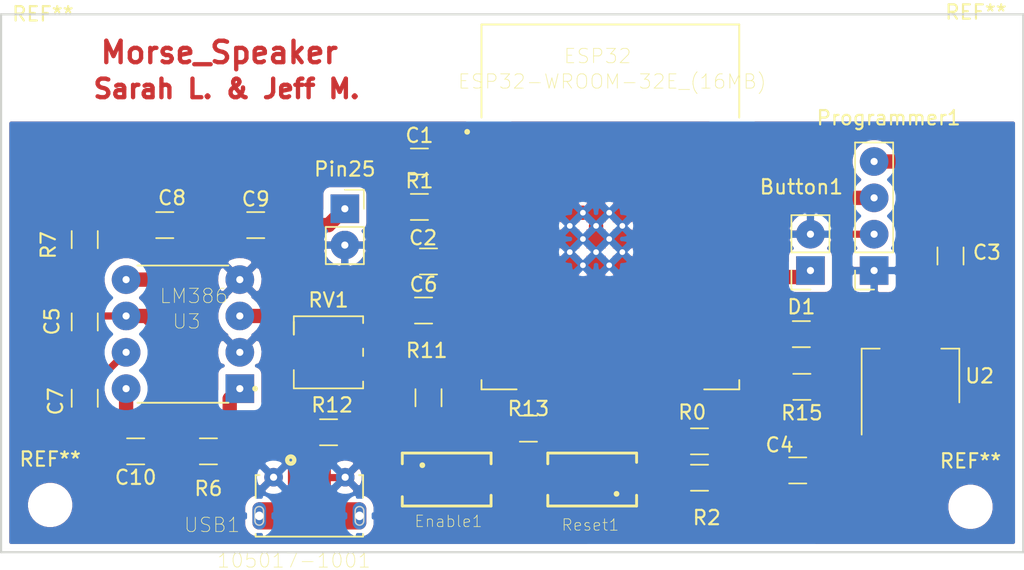
<source format=kicad_pcb>
(kicad_pcb (version 20171130) (host pcbnew "(5.1.9)-1")
  (layers (0 F.Cu signal) (31 B.Cu signal) (34 B.Paste user hide) (35 F.Paste user) (36 B.SilkS user) (37 F.SilkS user) (38 B.Mask user) (39 F.Mask user) (44 Edge.Cuts user))
  (net 0 "")
  (net 1 GND)
  (net 2 Vdd)
  (net 3 "Net-(C2-Pad1)")
  (net 4 "Net-(ESP32-Pad14)")
  (net 5 "Net-(ESP32-Pad13)")
  (net 6 "Net-(ESP32-Pad12)")
  (net 7 "Net-(ESP32-Pad11)")
  (net 8 "Net-(ESP32-Pad9)")
  (net 9 "Net-(ESP32-Pad8)")
  (net 10 "Net-(ESP32-Pad7)")
  (net 11 "Net-(ESP32-Pad6)")
  (net 12 "Net-(ESP32-Pad5)")
  (net 13 "Net-(ESP32-Pad4)")
  (net 14 "Net-(ESP32-Pad25)")
  (net 15 "Net-(ESP32-Pad26)")
  (net 16 "Net-(ESP32-Pad27)")
  (net 17 "Net-(ESP32-Pad29)")
  (net 18 "Net-(ESP32-Pad31)")
  (net 19 "Net-(ESP32-Pad33)")
  (net 20 "Net-(ESP32-Pad34)")
  (net 21 "Net-(ESP32-Pad35)")
  (net 22 "Net-(ESP32-Pad36)")
  (net 23 "Net-(ESP32-Pad37)")
  (net 24 "Net-(ESP32-Pad23)")
  (net 25 "Net-(ESP32-Pad24)")
  (net 26 "Net-(ESP32-Pad17)")
  (net 27 "Net-(ESP32-Pad16)")
  (net 28 "Net-(USB1-Pad3)")
  (net 29 "Net-(USB1-Pad4)")
  (net 30 "Net-(ESP32-Pad32)")
  (net 31 V5)
  (net 32 I|O)
  (net 33 "Net-(C6-Pad1)")
  (net 34 "Net-(C7-Pad1)")
  (net 35 "Net-(C8-Pad2)")
  (net 36 "Net-(C8-Pad1)")
  (net 37 "Net-(C9-Pad2)")
  (net 38 "Net-(C10-Pad2)")
  (net 39 "Net-(C10-Pad1)")
  (net 40 "Net-(R6-Pad1)")
  (net 41 "Net-(RV1-Pad2)")
  (net 42 "Net-(R0-Pad2)")
  (net 43 "Net-(R12-Pad1)")
  (net 44 V5_direct)
  (net 45 "Net-(Button1-Pad1)")
  (net 46 "Net-(Enable1-Pad1)")
  (net 47 "Net-(USB1-Pad2)")
  (net 48 "Net-(D1-Pad2)")
  (net 49 "Net-(D1-Pad1)")
  (module Package_TO_SOT_SMD:SOT-223-3_TabPin2 (layer F.Cu) (at 152.4 93.726 90)
    (fp_text reference U2 (at 0 4.826 180) (layer F.SilkS))
    (fp_text value AMS1117-3.3)
    (fp_line (start -4.1 -3.41) (end 1.91 -3.41) (layer F.SilkS) (width 0.12))
    (fp_line (start -1.85 3.41) (end 1.91 3.41) (layer F.SilkS) (width 0.12))
    (fp_line (start 1.91 -3.41) (end 1.91 -2.15) (layer F.SilkS) (width 0.12))
    (fp_line (start 1.91 3.41) (end 1.91 2.15) (layer F.SilkS) (width 0.12))
    (pad 2 smd rect (at 3.15 0 90) (size 2 3.8) (layers F.Cu F.Paste F.Mask) (net 2 Vdd))
    (pad 2 smd rect (at -3.15 0 90) (size 2 1.5) (layers F.Cu F.Paste F.Mask) (net 2 Vdd))
    (pad 3 smd rect (at -3.15 2.3 90) (size 2 1.5) (layers F.Cu F.Paste F.Mask) (net 31 V5))
    (pad 1 smd rect (at -3.15 -2.3 90) (size 2 1.5) (layers F.Cu F.Paste F.Mask) (net 1 GND))
  )
  (module Potentiometer_SMD:Potentiometer_Bourns_3224G_Horizontal (layer F.Cu) (at 111.76 92.075)
    (fp_text reference RV1 (at 0 -3.65) (layer F.SilkS))
    (fp_text value 10k)
    (fp_line (start -2.42 -2.52) (end 2.42 -2.52) (layer F.SilkS) (width 0.12))
    (fp_line (start -2.42 2.52) (end 2.42 2.52) (layer F.SilkS) (width 0.12))
    (fp_line (start -2.42 -2.52) (end -2.42 -1.24) (layer F.SilkS) (width 0.12))
    (fp_line (start -2.42 1.24) (end -2.42 2.52) (layer F.SilkS) (width 0.12))
    (fp_line (start 2.42 -2.52) (end 2.42 -2.04) (layer F.SilkS) (width 0.12))
    (fp_line (start 2.42 -0.26) (end 2.42 0.26) (layer F.SilkS) (width 0.12))
    (fp_line (start 2.42 2.04) (end 2.42 2.52) (layer F.SilkS) (width 0.12))
    (fp_line (start -2.42 -2.14) (end -2.42 -2.14) (layer F.SilkS) (width 0.12))
    (fp_line (start -2.42 -2.14) (end -2.42 -1.24) (layer F.SilkS) (width 0.12))
    (fp_line (start -2.42 -2.14) (end -2.42 -1.24) (layer F.SilkS) (width 0.12))
    (pad 3 smd rect (at 2.6 1.15) (size 1.3 1.3) (layers F.Cu F.Paste F.Mask) (net 1 GND))
    (pad 2 smd rect (at -2.6 0) (size 1.3 2) (layers F.Cu F.Paste F.Mask) (net 41 "Net-(RV1-Pad2)"))
    (pad 1 smd rect (at 2.6 -1.15) (size 1.3 1.3) (layers F.Cu F.Paste F.Mask) (net 33 "Net-(C6-Pad1)"))
  )
  (module MountingHole:MountingHole_2.1mm (layer F.Cu) (at 92.329 102.743)
    (fp_text reference REF** (at 0 -3.2) (layer F.SilkS))
    (fp_text value MountingHole_2.1mm)
    (pad "" np_thru_hole circle (at 0 0) (size 2.1 2.1) (drill 2.1) (layers *.Cu *.Mask))
  )
  (module MountingHole:MountingHole_2.1mm (layer F.Cu) (at 91.821 71.628)
    (fp_text reference REF** (at 0 -3.2) (layer F.SilkS))
    (fp_text value MountingHole_2.1mm)
    (pad "" np_thru_hole circle (at 0 0) (size 2.1 2.1) (drill 2.1) (layers *.Cu *.Mask))
  )
  (module MountingHole:MountingHole_2.1mm (layer F.Cu) (at 156.972 71.501)
    (fp_text reference REF** (at 0 -3.2) (layer F.SilkS))
    (fp_text value MountingHole_2.1mm)
    (pad "" np_thru_hole circle (at 0 0) (size 2.1 2.1) (drill 2.1) (layers *.Cu *.Mask))
  )
  (module MountingHole:MountingHole_2.1mm (layer F.Cu) (at 156.591 102.87)
    (fp_text reference REF** (at 0 -3.2) (layer F.SilkS))
    (fp_text value MountingHole_2.1mm)
    (pad "" np_thru_hole circle (at 0 0) (size 2.1 2.1) (drill 2.1) (layers *.Cu *.Mask))
  )
  (module Schakelaar_434111043826:434111043826 (layer F.Cu) (at 130.175 100.965 180)
    (fp_text reference Reset1 (at 0.127 -3.175) (layer F.SilkS) (effects (font (size 0.8 0.8) (thickness 0.05))))
    (fp_text value 0 hide)
    (fp_line (start -3.1 -1.1) (end -3.1 -1.85) (layer F.SilkS) (width 0.2))
    (fp_line (start -3.1 -1.85) (end 3.1 -1.85) (layer F.SilkS) (width 0.2))
    (fp_line (start 3.1 -1.85) (end 3.1 -1.1) (layer F.SilkS) (width 0.2))
    (fp_line (start -3.1 1.2) (end -3.1 1.85) (layer F.SilkS) (width 0.2))
    (fp_line (start -3.1 1.85) (end 3.1 1.85) (layer F.SilkS) (width 0.2))
    (fp_line (start 3.1 1.85) (end 3.1 1.1) (layer F.SilkS) (width 0.2))
    (fp_circle (center -1.7 -1) (end -1.6 -1) (layer F.SilkS) (width 0.2))
    (pad 1 smd rect (at -3.35 0 180) (size 2.3 1.5) (layers F.Cu F.Paste) (net 14 "Net-(ESP32-Pad25)"))
    (pad 2 smd rect (at 3.35 0 180) (size 2.3 1.5) (layers F.Cu F.Paste) (net 1 GND))
  )
  (module "ESP32-WROOM-32E__16MB_:MODULE_ESP32-WROOM-32E_(16MB)" (layer F.Cu) (at 131.445 81.915)
    (fp_text reference ESP32 (at -0.889 -10.541) (layer F.SilkS) (effects (font (thickness 0.05))))
    (fp_text value "ESP32-WROOM-32E_(16MB)" (at 0.127 -8.763) (layer F.SilkS) (effects (font (thickness 0.05))))
    (fp_line (start 9 -12.75) (end 9 -6.25) (layer F.SilkS) (width 0.127))
    (fp_line (start -9 -12.75) (end 9 -12.75) (layer F.SilkS) (width 0.127))
    (fp_line (start -9 -6.25) (end -9 -12.75) (layer F.SilkS) (width 0.127))
    (fp_line (start 9 12.75) (end 9 12.1) (layer F.SilkS) (width 0.127))
    (fp_line (start 6.55 12.75) (end 9 12.75) (layer F.SilkS) (width 0.127))
    (fp_line (start -9 12.75) (end -6.55 12.75) (layer F.SilkS) (width 0.127))
    (fp_line (start -9 12.1) (end -9 12.75) (layer F.SilkS) (width 0.127))
    (fp_circle (center -10 -5.25) (end -9.9 -5.25) (layer F.SilkS) (width 0.2))
    (pad 1 smd rect (at -8.5 -5.26) (size 2 0.9) (layers F.Cu F.Paste) (net 1 GND))
    (pad 2 smd rect (at -8.5 -3.99) (size 2 0.9) (layers F.Cu F.Paste) (net 2 Vdd))
    (pad 3 smd rect (at -8.5 -2.72) (size 2 0.9) (layers F.Cu F.Paste) (net 3 "Net-(C2-Pad1)"))
    (pad 4 smd rect (at -8.5 -1.45) (size 2 0.9) (layers F.Cu F.Paste) (net 13 "Net-(ESP32-Pad4)"))
    (pad 5 smd rect (at -8.5 -0.18) (size 2 0.9) (layers F.Cu F.Paste) (net 12 "Net-(ESP32-Pad5)"))
    (pad 6 smd rect (at -8.5 1.09) (size 2 0.9) (layers F.Cu F.Paste) (net 11 "Net-(ESP32-Pad6)"))
    (pad 7 smd rect (at -8.5 2.36) (size 2 0.9) (layers F.Cu F.Paste) (net 10 "Net-(ESP32-Pad7)"))
    (pad 8 smd rect (at -8.5 3.63) (size 2 0.9) (layers F.Cu F.Paste) (net 9 "Net-(ESP32-Pad8)"))
    (pad 9 smd rect (at -8.5 4.9) (size 2 0.9) (layers F.Cu F.Paste) (net 8 "Net-(ESP32-Pad9)"))
    (pad 10 smd rect (at -8.5 6.17) (size 2 0.9) (layers F.Cu F.Paste) (net 32 I|O))
    (pad 11 smd rect (at -8.5 7.44) (size 2 0.9) (layers F.Cu F.Paste) (net 7 "Net-(ESP32-Pad11)"))
    (pad 12 smd rect (at -8.5 8.71) (size 2 0.9) (layers F.Cu F.Paste) (net 6 "Net-(ESP32-Pad12)"))
    (pad 13 smd rect (at -8.5 9.98) (size 2 0.9) (layers F.Cu F.Paste) (net 5 "Net-(ESP32-Pad13)"))
    (pad 14 smd rect (at -8.5 11.25) (size 2 0.9) (layers F.Cu F.Paste) (net 4 "Net-(ESP32-Pad14)"))
    (pad 15 smd rect (at -5.715 12.25) (size 0.9 2) (layers F.Cu F.Paste) (net 1 GND))
    (pad 16 smd rect (at -4.445 12.25) (size 0.9 2) (layers F.Cu F.Paste) (net 27 "Net-(ESP32-Pad16)"))
    (pad 17 smd rect (at -3.175 12.25) (size 0.9 2) (layers F.Cu F.Paste) (net 26 "Net-(ESP32-Pad17)"))
    (pad 18 smd rect (at -1.905 12.25) (size 0.9 2) (layers F.Cu F.Paste) (net 26 "Net-(ESP32-Pad17)"))
    (pad 19 smd rect (at -0.635 12.25) (size 0.9 2) (layers F.Cu F.Paste) (net 26 "Net-(ESP32-Pad17)"))
    (pad 20 smd rect (at 0.635 12.25) (size 0.9 2) (layers F.Cu F.Paste) (net 26 "Net-(ESP32-Pad17)"))
    (pad 21 smd rect (at 1.905 12.25) (size 0.9 2) (layers F.Cu F.Paste) (net 26 "Net-(ESP32-Pad17)"))
    (pad 22 smd rect (at 3.175 12.25) (size 0.9 2) (layers F.Cu F.Paste) (net 26 "Net-(ESP32-Pad17)"))
    (pad 23 smd rect (at 4.445 12.25) (size 0.9 2) (layers F.Cu F.Paste) (net 24 "Net-(ESP32-Pad23)"))
    (pad 24 smd rect (at 5.715 12.25) (size 0.9 2) (layers F.Cu F.Paste) (net 25 "Net-(ESP32-Pad24)"))
    (pad 25 smd rect (at 8.5 11.25) (size 2 0.9) (layers F.Cu F.Paste) (net 14 "Net-(ESP32-Pad25)"))
    (pad 26 smd rect (at 8.5 9.98) (size 2 0.9) (layers F.Cu F.Paste) (net 15 "Net-(ESP32-Pad26)"))
    (pad 27 smd rect (at 8.5 8.71) (size 2 0.9) (layers F.Cu F.Paste) (net 16 "Net-(ESP32-Pad27)"))
    (pad 28 smd rect (at 8.5 7.44) (size 2 0.9) (layers F.Cu F.Paste) (net 48 "Net-(D1-Pad2)"))
    (pad 29 smd rect (at 8.5 6.17) (size 2 0.9) (layers F.Cu F.Paste) (net 17 "Net-(ESP32-Pad29)"))
    (pad 30 smd rect (at 8.5 4.9) (size 2 0.9) (layers F.Cu F.Paste) (net 45 "Net-(Button1-Pad1)"))
    (pad 31 smd rect (at 8.5 3.63) (size 2 0.9) (layers F.Cu F.Paste) (net 18 "Net-(ESP32-Pad31)"))
    (pad 32 smd rect (at 8.5 2.36) (size 2 0.9) (layers F.Cu F.Paste) (net 30 "Net-(ESP32-Pad32)"))
    (pad 33 smd rect (at 8.5 1.09) (size 2 0.9) (layers F.Cu F.Paste) (net 19 "Net-(ESP32-Pad33)"))
    (pad 34 smd rect (at 8.5 -0.18) (size 2 0.9) (layers F.Cu F.Paste) (net 20 "Net-(ESP32-Pad34)"))
    (pad 35 smd rect (at 8.5 -1.45) (size 2 0.9) (layers F.Cu F.Paste) (net 21 "Net-(ESP32-Pad35)"))
    (pad 36 smd rect (at 8.5 -2.72) (size 2 0.9) (layers F.Cu F.Paste) (net 22 "Net-(ESP32-Pad36)"))
    (pad 37 smd rect (at 8.5 -3.99) (size 2 0.9) (layers F.Cu F.Paste) (net 23 "Net-(ESP32-Pad37)"))
    (pad 38 smd rect (at 8.5 -5.26) (size 2 0.9) (layers F.Cu F.Paste) (net 1 GND))
    (pad 39_1 smd rect (at -2.835 0.405) (size 1.33 1.33) (layers F.Cu F.Paste) (net 1 GND))
    (pad 39_2 smd rect (at -1 0.405) (size 1.33 1.33) (layers F.Cu F.Paste) (net 1 GND))
    (pad 39_3 smd rect (at 0.835 0.405) (size 1.33 1.33) (layers F.Cu F.Paste) (net 1 GND))
    (pad 39_4 smd rect (at -2.835 2.24) (size 1.33 1.33) (layers F.Cu F.Paste) (net 1 GND))
    (pad 39_5 smd rect (at -1 2.24) (size 1.33 1.33) (layers F.Cu F.Paste) (net 1 GND))
    (pad 39_6 smd rect (at 0.835 2.24) (size 1.33 1.33) (layers F.Cu F.Paste) (net 1 GND))
    (pad 39_7 smd rect (at -2.835 4.075) (size 1.33 1.33) (layers F.Cu F.Paste) (net 1 GND))
    (pad 39_8 smd rect (at -1 4.075) (size 1.33 1.33) (layers F.Cu F.Paste) (net 1 GND))
    (pad 39_9 smd rect (at 0.835 4.075) (size 1.33 1.33) (layers F.Cu F.Paste) (net 1 GND))
    (pad 39_10 thru_hole circle (at -1.9175 0.405) (size 0.5 0.5) (drill 0.4) (layers *.Cu *.Mask) (net 1 GND))
    (pad 39_11 thru_hole circle (at -0.0825 0.405) (size 0.5 0.5) (drill 0.4) (layers *.Cu *.Mask) (net 1 GND))
    (pad 39_12 thru_hole circle (at -2.835 1.3225) (size 0.5 0.5) (drill 0.4) (layers *.Cu *.Mask) (net 1 GND))
    (pad 39_13 thru_hole circle (at -1 1.3225) (size 0.5 0.5) (drill 0.4) (layers *.Cu *.Mask) (net 1 GND))
    (pad 39_14 thru_hole circle (at 0.835 1.3225) (size 0.5 0.5) (drill 0.4) (layers *.Cu *.Mask) (net 1 GND))
    (pad 39_15 thru_hole circle (at -1.9175 2.24) (size 0.5 0.5) (drill 0.4) (layers *.Cu *.Mask) (net 1 GND))
    (pad 39_16 thru_hole circle (at -0.0825 2.24) (size 0.5 0.5) (drill 0.4) (layers *.Cu *.Mask) (net 1 GND))
    (pad 39_17 thru_hole circle (at -2.835 3.1575) (size 0.5 0.5) (drill 0.4) (layers *.Cu *.Mask) (net 1 GND))
    (pad 39_18 thru_hole circle (at -1 3.1575) (size 0.5 0.5) (drill 0.4) (layers *.Cu *.Mask) (net 1 GND))
    (pad 39_19 thru_hole circle (at 0.835 3.1575) (size 0.5 0.5) (drill 0.4) (layers *.Cu *.Mask) (net 1 GND))
    (pad 39_20 thru_hole circle (at -1.9175 4.075) (size 0.5 0.5) (drill 0.4) (layers *.Cu *.Mask) (net 1 GND))
    (pad 39_21 thru_hole circle (at -0.0825 4.075) (size 0.5 0.5) (drill 0.4) (layers *.Cu *.Mask) (net 1 GND))
  )
  (module Connector_PinSocket_2.54mm:PinSocket_1x04_P2.54mm_Vertical (layer F.Cu) (at 149.86 86.36 180)
    (fp_text reference Programmer1 (at -1.016 10.668 180) (layer F.SilkS))
    (fp_text value Conn_01x04_Female)
    (fp_line (start 0 -1.33) (end 1.33 -1.33) (layer F.SilkS) (width 0.12))
    (fp_line (start 1.33 -1.33) (end 1.33 0) (layer F.SilkS) (width 0.12))
    (fp_line (start 1.33 1.27) (end 1.33 8.95) (layer F.SilkS) (width 0.12))
    (fp_line (start -1.33 8.95) (end 1.33 8.95) (layer F.SilkS) (width 0.12))
    (fp_line (start -1.33 1.27) (end -1.33 8.95) (layer F.SilkS) (width 0.12))
    (fp_line (start -1.33 1.27) (end 1.33 1.27) (layer F.SilkS) (width 0.12))
    (pad 1 thru_hole rect (at 0 0 180) (size 2 2) (drill 0.5) (layers *.Cu *.Mask) (net 1 GND))
    (pad 2 thru_hole oval (at 0 2.54 180) (size 2 2) (drill 0.5) (layers *.Cu *.Mask) (net 20 "Net-(ESP32-Pad34)"))
    (pad 3 thru_hole oval (at 0 5.08 180) (size 2 2) (drill 0.5) (layers *.Cu *.Mask) (net 21 "Net-(ESP32-Pad35)"))
    (pad 4 thru_hole oval (at 0 7.62 180) (size 2 2) (drill 0.5) (layers *.Cu *.Mask) (net 2 Vdd))
  )
  (module Resistor_SMD:R_1206_3216Metric_Pad1.42x1.75mm_HandSolder (layer F.Cu) (at 137.668 98.298)
    (fp_text reference R0 (at -0.508 -2.032) (layer F.SilkS))
    (fp_text value 0)
    (fp_line (start -0.602064 -0.91) (end 0.602064 -0.91) (layer F.SilkS) (width 0.12))
    (fp_line (start -0.602064 0.91) (end 0.602064 0.91) (layer F.SilkS) (width 0.12))
    (pad 2 smd roundrect (at 1.4875 0) (size 1.425 1.75) (layers F.Cu F.Paste F.Mask) (roundrect_rratio 0.1754385964912281) (net 42 "Net-(R0-Pad2)"))
    (pad 1 smd roundrect (at -1.4875 0) (size 1.425 1.75) (layers F.Cu F.Paste F.Mask) (roundrect_rratio 0.1754385964912281) (net 2 Vdd))
  )
  (module Resistor_SMD:R_1206_3216Metric_Pad1.42x1.75mm_HandSolder (layer F.Cu) (at 125.721 97.409 180)
    (fp_text reference R13 (at 0 1.397) (layer F.SilkS))
    (fp_text value 0)
    (fp_line (start -0.602064 -0.91) (end 0.602064 -0.91) (layer F.SilkS) (width 0.12))
    (fp_line (start -0.602064 0.91) (end 0.602064 0.91) (layer F.SilkS) (width 0.12))
    (pad 2 smd roundrect (at 1.4875 0 180) (size 1.425 1.75) (layers F.Cu F.Paste F.Mask) (roundrect_rratio 0.1754385964912281) (net 43 "Net-(R12-Pad1)"))
    (pad 1 smd roundrect (at -1.4875 0 180) (size 1.425 1.75) (layers F.Cu F.Paste F.Mask) (roundrect_rratio 0.1754385964912281) (net 31 V5))
  )
  (module Schakelaar_434111043826:434111043826 (layer F.Cu) (at 120.015 100.965)
    (fp_text reference Enable1 (at 0.127 2.921) (layer F.SilkS) (effects (font (size 0.8 0.8) (thickness 0.05))))
    (fp_text value 434111043826)
    (fp_circle (center -1.7 -1) (end -1.6 -1) (layer F.SilkS) (width 0.2))
    (fp_line (start 3.1 1.85) (end 3.1 1.1) (layer F.SilkS) (width 0.2))
    (fp_line (start -3.1 1.85) (end 3.1 1.85) (layer F.SilkS) (width 0.2))
    (fp_line (start -3.1 1.2) (end -3.1 1.85) (layer F.SilkS) (width 0.2))
    (fp_line (start 3.1 -1.85) (end 3.1 -1.1) (layer F.SilkS) (width 0.2))
    (fp_line (start -3.1 -1.85) (end 3.1 -1.85) (layer F.SilkS) (width 0.2))
    (fp_line (start -3.1 -1.1) (end -3.1 -1.85) (layer F.SilkS) (width 0.2))
    (pad 2 smd rect (at 3.35 0) (size 2.3 1.5) (layers F.Cu F.Paste) (net 1 GND))
    (pad 1 smd rect (at -3.35 0) (size 2.3 1.5) (layers F.Cu F.Paste) (net 46 "Net-(Enable1-Pad1)"))
  )
  (module Connector_PinSocket_2.54mm:PinSocket_1x02_P2.54mm_Vertical (layer F.Cu) (at 145.415 86.36 180)
    (fp_text reference Button1 (at 0.635 5.842) (layer F.SilkS))
    (fp_text value Conn_01x02_Female)
    (fp_line (start 0 -1.33) (end 1.33 -1.33) (layer F.SilkS) (width 0.12))
    (fp_line (start 1.33 -1.33) (end 1.33 0) (layer F.SilkS) (width 0.12))
    (fp_line (start 1.33 1.27) (end 1.33 3.87) (layer F.SilkS) (width 0.12))
    (fp_line (start -1.33 3.87) (end 1.33 3.87) (layer F.SilkS) (width 0.12))
    (fp_line (start -1.33 1.27) (end -1.33 3.87) (layer F.SilkS) (width 0.12))
    (fp_line (start -1.33 1.27) (end 1.33 1.27) (layer F.SilkS) (width 0.12))
    (pad 1 thru_hole rect (at 0 0 180) (size 2 2) (drill 0.5) (layers *.Cu *.Mask) (net 45 "Net-(Button1-Pad1)"))
    (pad 2 thru_hole oval (at 0 2.54 180) (size 2 2) (drill 0.5) (layers *.Cu *.Mask) (net 1 GND))
  )
  (module Capacitor_SMD:C_1206_3216Metric_Pad1.42x1.75mm_HandSolder (layer F.Cu) (at 94.742 95.2865 270)
    (fp_text reference C7 (at 0.2175 2.032 90) (layer F.SilkS))
    (fp_text value 10uF)
    (fp_line (start -0.602064 -0.91) (end 0.602064 -0.91) (layer F.SilkS) (width 0.12))
    (fp_line (start -0.602064 0.91) (end 0.602064 0.91) (layer F.SilkS) (width 0.12))
    (pad 2 smd roundrect (at 1.4875 0 270) (size 1.425 1.75) (layers F.Cu F.Paste F.Mask) (roundrect_rratio 0.1754385964912281) (net 1 GND))
    (pad 1 smd roundrect (at -1.4875 0 270) (size 1.425 1.75) (layers F.Cu F.Paste F.Mask) (roundrect_rratio 0.1754385964912281) (net 34 "Net-(C7-Pad1)"))
  )
  (module LM386N-4_NOPB:DIP794W45P254L959H508Q8 (layer F.Cu) (at 101.6 90.805 180)
    (fp_text reference U3 (at -0.254 0.889 180) (layer F.SilkS) (effects (font (thickness 0.05))))
    (fp_text value LM386 (at -0.762 2.667 180) (layer F.SilkS) (effects (font (thickness 0.05))))
    (fp_line (start -3.175 4.795) (end 3.175 4.795) (layer F.SilkS) (width 0.127))
    (fp_line (start -3.175 -4.795) (end 3.175 -4.795) (layer F.SilkS) (width 0.127))
    (fp_circle (center -5.035 -3.81) (end -4.935 -3.81) (layer F.SilkS) (width 0.2))
    (pad 1 thru_hole rect (at -3.97 -3.81 180) (size 2 2) (drill 0.5) (layers *.Cu *.Mask) (net 40 "Net-(R6-Pad1)"))
    (pad 2 thru_hole circle (at -3.97 -1.27 180) (size 2 2) (drill 0.5) (layers *.Cu *.Mask) (net 1 GND))
    (pad 3 thru_hole circle (at -3.97 1.27 180) (size 2 2) (drill 0.5) (layers *.Cu *.Mask) (net 41 "Net-(RV1-Pad2)"))
    (pad 4 thru_hole circle (at -3.97 3.81 180) (size 2 2) (drill 0.5) (layers *.Cu *.Mask) (net 1 GND))
    (pad 5 thru_hole circle (at 3.97 3.81 180) (size 2 2) (drill 0.5) (layers *.Cu *.Mask) (net 36 "Net-(C8-Pad1)"))
    (pad 6 thru_hole circle (at 3.97 1.27 180) (size 2 2) (drill 0.5) (layers *.Cu *.Mask) (net 44 V5_direct))
    (pad 7 thru_hole circle (at 3.97 -1.27 180) (size 2 2) (drill 0.5) (layers *.Cu *.Mask) (net 34 "Net-(C7-Pad1)"))
    (pad 8 thru_hole circle (at 3.97 -3.81 180) (size 2 2) (drill 0.5) (layers *.Cu *.Mask) (net 38 "Net-(C10-Pad2)"))
  )
  (module MicroUSB_105017-1001:MOLEX_105017-1001 (layer F.Cu) (at 110.4265 103.505)
    (fp_text reference USB1 (at -6.7945 0.635) (layer F.SilkS) (effects (font (size 1.00091 1.00091) (thickness 0.05))))
    (fp_text value 105017-1001 (at -1.0769 3.12053) (layer F.SilkS) (effects (font (size 1.00178 1.00178) (thickness 0.05))))
    (fp_line (start 3.75 1.45) (end 3.75 1.27) (layer F.SilkS) (width 0.127))
    (fp_line (start -3.75 1.45) (end 3.75 1.45) (layer F.SilkS) (width 0.127))
    (fp_line (start -3.75 1.27) (end -3.75 1.45) (layer F.SilkS) (width 0.127))
    (fp_circle (center -1.3 -3.9) (end -1.2 -3.9) (layer F.SilkS) (width 0.3))
    (fp_poly (pts (xy 3.5 -0.95) (xy 2.3 -0.95) (xy 2.3 0.95) (xy 3.5 0.95) (xy 3.52486 0.949349) (xy 3.54965 0.947398) (xy 3.57431 0.944152) (xy 3.59876 0.93962) (xy 3.62294 0.933815) (xy 3.64678 0.926752) (xy 3.67022 0.918451) (xy 3.6932 0.908934) (xy 3.71565 0.898228) (xy 3.7375 0.886362) (xy 3.7587 0.873369) (xy 3.7792 0.859283) (xy 3.79893 0.844144) (xy 3.81784 0.827994) (xy 3.83588 0.810876) (xy 3.85299 0.792837) (xy 3.86914 0.773927) (xy 3.88428 0.754198) (xy 3.89837 0.733704) (xy 3.91136 0.7125) (xy 3.92323 0.690645) (xy 3.93393 0.6682) (xy 3.94345 0.645225) (xy 3.95175 0.621783) (xy 3.95881 0.597939) (xy 3.96462 0.573758) (xy 3.96915 0.549306) (xy 3.9724 0.524651) (xy 3.97435 0.49986) (xy 3.975 0.475) (xy 3.975 -0.475) (xy 3.97435 -0.49986) (xy 3.9724 -0.524651) (xy 3.96915 -0.549306) (xy 3.96462 -0.573758) (xy 3.95881 -0.597939) (xy 3.95175 -0.621783) (xy 3.94345 -0.645225) (xy 3.93393 -0.6682) (xy 3.92323 -0.690645) (xy 3.91136 -0.7125) (xy 3.89837 -0.733704) (xy 3.88428 -0.754198) (xy 3.86914 -0.773927) (xy 3.85299 -0.792837) (xy 3.83588 -0.810876) (xy 3.81784 -0.827994) (xy 3.79893 -0.844144) (xy 3.7792 -0.859283) (xy 3.7587 -0.873369) (xy 3.7375 -0.886362) (xy 3.71565 -0.898228) (xy 3.6932 -0.908934) (xy 3.67022 -0.918451) (xy 3.64678 -0.926752) (xy 3.62294 -0.933815) (xy 3.59876 -0.93962) (xy 3.57431 -0.944152) (xy 3.54965 -0.947398) (xy 3.52486 -0.949349)) (layer F.Cu) (width 0.0001))
    (fp_poly (pts (xy -3.5 -0.95) (xy -2.3 -0.95) (xy -2.3 0.95) (xy -3.5 0.95) (xy -3.52486 0.949349) (xy -3.54965 0.947398) (xy -3.57431 0.944152) (xy -3.59876 0.93962) (xy -3.62294 0.933815) (xy -3.64678 0.926752) (xy -3.67022 0.918451) (xy -3.6932 0.908934) (xy -3.71565 0.898228) (xy -3.7375 0.886362) (xy -3.7587 0.873369) (xy -3.7792 0.859283) (xy -3.79893 0.844144) (xy -3.81784 0.827994) (xy -3.83588 0.810876) (xy -3.85299 0.792837) (xy -3.86914 0.773927) (xy -3.88428 0.754198) (xy -3.89837 0.733704) (xy -3.91136 0.7125) (xy -3.92323 0.690645) (xy -3.93393 0.6682) (xy -3.94345 0.645225) (xy -3.95175 0.621783) (xy -3.95881 0.597939) (xy -3.96462 0.573758) (xy -3.96915 0.549306) (xy -3.9724 0.524651) (xy -3.97435 0.49986) (xy -3.975 0.475) (xy -3.975 -0.475) (xy -3.97435 -0.49986) (xy -3.9724 -0.524651) (xy -3.96915 -0.549306) (xy -3.96462 -0.573758) (xy -3.95881 -0.597939) (xy -3.95175 -0.621783) (xy -3.94345 -0.645225) (xy -3.93393 -0.6682) (xy -3.92323 -0.690645) (xy -3.91136 -0.7125) (xy -3.89837 -0.733704) (xy -3.88428 -0.754198) (xy -3.86914 -0.773927) (xy -3.85299 -0.792837) (xy -3.83588 -0.810876) (xy -3.81784 -0.827994) (xy -3.79893 -0.844144) (xy -3.7792 -0.859283) (xy -3.7587 -0.873369) (xy -3.7375 -0.886362) (xy -3.71565 -0.898228) (xy -3.6932 -0.908934) (xy -3.67022 -0.918451) (xy -3.64678 -0.926752) (xy -3.62294 -0.933815) (xy -3.59876 -0.93962) (xy -3.57431 -0.944152) (xy -3.54965 -0.947398) (xy -3.52486 -0.949349)) (layer F.Cu) (width 0.0001))
    (fp_line (start 3.75 -2.85) (end 3.479 -2.85) (layer F.SilkS) (width 0.127))
    (fp_line (start 3.75 -1.27) (end 3.75 -2.85) (layer F.SilkS) (width 0.127))
    (fp_line (start -3.75 -2.85) (end -3.479 -2.85) (layer F.SilkS) (width 0.127))
    (fp_line (start -3.75 -1.27) (end -3.75 -2.85) (layer F.SilkS) (width 0.127))
    (fp_line (start 3.2 0.35) (end 3.2 -0.35) (layer Edge.Cuts) (width 0.1))
    (fp_line (start 3.8 -0.35) (end 3.8 0.35) (layer Edge.Cuts) (width 0.1))
    (fp_line (start -3.8 0.35) (end -3.8 -0.35) (layer Edge.Cuts) (width 0.1))
    (fp_line (start -3.2 -0.35) (end -3.2 0.35) (layer Edge.Cuts) (width 0.1))
    (fp_arc (start -3.5 -0.35) (end -3.2 -0.35) (angle -180) (layer Edge.Cuts) (width 0.1))
    (fp_arc (start -3.5 0.35) (end -3.8 0.35) (angle -180) (layer Edge.Cuts) (width 0.1))
    (fp_arc (start 3.5 -0.35) (end 3.8 -0.35) (angle -180) (layer Edge.Cuts) (width 0.1))
    (fp_arc (start 3.5 0.35) (end 3.2 0.35) (angle -180) (layer Edge.Cuts) (width 0.1))
    (pad S1 thru_hole oval (at -3.5 0 90) (size 1.9 0.95) (drill 0.6) (layers *.Cu) (net 1 GND))
    (pad S2 thru_hole oval (at 3.5 0 90) (size 1.9 0.95) (drill 0.6) (layers *.Cu) (net 1 GND))
    (pad S5 smd rect (at -1 0) (size 1.5 1.9) (layers F.Cu F.Paste) (net 1 GND))
    (pad S6 smd rect (at 1 0) (size 1.5 1.9) (layers F.Cu F.Paste) (net 1 GND))
    (pad S3 thru_hole circle (at -2.5 -2.7) (size 1.3 1.3) (drill 0.5) (layers *.Cu *.Mask B.Adhes) (net 1 GND))
    (pad S4 thru_hole circle (at 2.5 -2.7) (size 1.3 1.3) (drill 0.5) (layers *.Cu *.Mask) (net 1 GND))
    (pad 1 smd rect (at -1.3 -2.675) (size 0.4 1.35) (layers F.Cu F.Paste) (net 44 V5_direct))
    (pad 2 smd rect (at -0.65 -2.675) (size 0.4 1.35) (layers F.Cu F.Paste) (net 47 "Net-(USB1-Pad2)"))
    (pad 3 smd rect (at 0 -2.675) (size 0.4 1.35) (layers F.Cu F.Paste) (net 28 "Net-(USB1-Pad3)"))
    (pad 4 smd rect (at 0.65 -2.675) (size 0.4 1.35) (layers F.Cu F.Paste) (net 29 "Net-(USB1-Pad4)"))
    (pad 5 smd rect (at 1.3 -2.675) (size 0.4 1.35) (layers F.Cu F.Paste) (net 1 GND))
  )
  (module Connector_PinSocket_2.54mm:PinSocket_1x02_P2.54mm_Vertical (layer F.Cu) (at 112.903 82.042)
    (fp_text reference Pin25 (at 0 -2.77) (layer F.SilkS))
    (fp_text value Conn_01x02_Female)
    (fp_line (start 0 -1.33) (end 1.33 -1.33) (layer F.SilkS) (width 0.12))
    (fp_line (start 1.33 -1.33) (end 1.33 0) (layer F.SilkS) (width 0.12))
    (fp_line (start 1.33 1.27) (end 1.33 3.87) (layer F.SilkS) (width 0.12))
    (fp_line (start -1.33 3.87) (end 1.33 3.87) (layer F.SilkS) (width 0.12))
    (fp_line (start -1.33 1.27) (end -1.33 3.87) (layer F.SilkS) (width 0.12))
    (fp_line (start -1.33 1.27) (end 1.33 1.27) (layer F.SilkS) (width 0.12))
    (pad 1 thru_hole rect (at 0 0) (size 2 2) (drill 0.5) (layers *.Cu *.Mask) (net 37 "Net-(C9-Pad2)"))
    (pad 2 thru_hole oval (at 0 2.54) (size 2 2) (drill 0.5) (layers *.Cu *.Mask) (net 1 GND))
  )
  (module Capacitor_SMD:C_1206_3216Metric_Pad1.42x1.75mm_HandSolder (layer F.Cu) (at 118.11 78.74)
    (fp_text reference C1 (at 0 -1.82) (layer F.SilkS))
    (fp_text value 100n)
    (fp_line (start -0.602064 0.91) (end 0.602064 0.91) (layer F.SilkS) (width 0.12))
    (fp_line (start -0.602064 -0.91) (end 0.602064 -0.91) (layer F.SilkS) (width 0.12))
    (pad 1 smd roundrect (at -1.4875 0) (size 1.425 1.75) (layers F.Cu F.Paste F.Mask) (roundrect_rratio 0.1754385964912281) (net 1 GND))
    (pad 2 smd roundrect (at 1.4875 0) (size 1.425 1.75) (layers F.Cu F.Paste F.Mask) (roundrect_rratio 0.1754385964912281) (net 2 Vdd))
  )
  (module Capacitor_SMD:C_1206_3216Metric_Pad1.42x1.75mm_HandSolder (layer F.Cu) (at 118.745 85.725 180)
    (fp_text reference C2 (at 0.381 1.651) (layer F.SilkS))
    (fp_text value 100n)
    (fp_line (start -0.602064 0.91) (end 0.602064 0.91) (layer F.SilkS) (width 0.12))
    (fp_line (start -0.602064 -0.91) (end 0.602064 -0.91) (layer F.SilkS) (width 0.12))
    (pad 1 smd roundrect (at -1.4875 0 180) (size 1.425 1.75) (layers F.Cu F.Paste F.Mask) (roundrect_rratio 0.1754385964912281) (net 3 "Net-(C2-Pad1)"))
    (pad 2 smd roundrect (at 1.4875 0 180) (size 1.425 1.75) (layers F.Cu F.Paste F.Mask) (roundrect_rratio 0.1754385964912281) (net 1 GND))
  )
  (module Capacitor_SMD:C_1206_3216Metric_Pad1.42x1.75mm_HandSolder (layer F.Cu) (at 155.194 85.344 90)
    (fp_text reference C3 (at 0.254 2.54) (layer F.SilkS))
    (fp_text value 10u)
    (fp_line (start -0.602064 0.91) (end 0.602064 0.91) (layer F.SilkS) (width 0.12))
    (fp_line (start -0.602064 -0.91) (end 0.602064 -0.91) (layer F.SilkS) (width 0.12))
    (pad 1 smd roundrect (at -1.4875 0 90) (size 1.425 1.75) (layers F.Cu F.Paste F.Mask) (roundrect_rratio 0.1754385964912281) (net 2 Vdd))
    (pad 2 smd roundrect (at 1.4875 0 90) (size 1.425 1.75) (layers F.Cu F.Paste F.Mask) (roundrect_rratio 0.1754385964912281) (net 1 GND))
  )
  (module Capacitor_SMD:C_1206_3216Metric_Pad1.42x1.75mm_HandSolder (layer F.Cu) (at 144.526 100.33 180)
    (fp_text reference C4 (at 1.27 1.778) (layer F.SilkS))
    (fp_text value 100u)
    (fp_line (start -0.602064 0.91) (end 0.602064 0.91) (layer F.SilkS) (width 0.12))
    (fp_line (start -0.602064 -0.91) (end 0.602064 -0.91) (layer F.SilkS) (width 0.12))
    (pad 1 smd roundrect (at -1.4875 0 180) (size 1.425 1.75) (layers F.Cu F.Paste F.Mask) (roundrect_rratio 0.1754385964912281) (net 31 V5))
    (pad 2 smd roundrect (at 1.4875 0 180) (size 1.425 1.75) (layers F.Cu F.Paste F.Mask) (roundrect_rratio 0.1754385964912281) (net 1 GND))
  )
  (module Capacitor_SMD:C_1206_3216Metric_Pad1.42x1.75mm_HandSolder (layer F.Cu) (at 94.742 89.9525 270)
    (fp_text reference C5 (at -0.0365 2.286 90) (layer F.SilkS))
    (fp_text value 0.1uF)
    (fp_line (start -0.602064 -0.91) (end 0.602064 -0.91) (layer F.SilkS) (width 0.12))
    (fp_line (start -0.602064 0.91) (end 0.602064 0.91) (layer F.SilkS) (width 0.12))
    (pad 2 smd roundrect (at 1.4875 0 270) (size 1.425 1.75) (layers F.Cu F.Paste F.Mask) (roundrect_rratio 0.1754385964912281) (net 1 GND))
    (pad 1 smd roundrect (at -1.4875 0 270) (size 1.425 1.75) (layers F.Cu F.Paste F.Mask) (roundrect_rratio 0.1754385964912281) (net 44 V5_direct))
  )
  (module Capacitor_SMD:C_1206_3216Metric_Pad1.42x1.75mm_HandSolder (layer F.Cu) (at 118.4005 89.154)
    (fp_text reference C6 (at 0 -1.82) (layer F.SilkS))
    (fp_text value 10uF)
    (fp_line (start -0.602064 0.91) (end 0.602064 0.91) (layer F.SilkS) (width 0.12))
    (fp_line (start -0.602064 -0.91) (end 0.602064 -0.91) (layer F.SilkS) (width 0.12))
    (pad 1 smd roundrect (at -1.4875 0) (size 1.425 1.75) (layers F.Cu F.Paste F.Mask) (roundrect_rratio 0.1754385964912281) (net 33 "Net-(C6-Pad1)"))
    (pad 2 smd roundrect (at 1.4875 0) (size 1.425 1.75) (layers F.Cu F.Paste F.Mask) (roundrect_rratio 0.1754385964912281) (net 32 I|O))
  )
  (module Capacitor_SMD:C_1206_3216Metric_Pad1.42x1.75mm_HandSolder (layer F.Cu) (at 100.33 83.185 180)
    (fp_text reference C8 (at -0.508 1.905) (layer F.SilkS))
    (fp_text value 0.1uF)
    (fp_line (start -0.602064 -0.91) (end 0.602064 -0.91) (layer F.SilkS) (width 0.12))
    (fp_line (start -0.602064 0.91) (end 0.602064 0.91) (layer F.SilkS) (width 0.12))
    (pad 2 smd roundrect (at 1.4875 0 180) (size 1.425 1.75) (layers F.Cu F.Paste F.Mask) (roundrect_rratio 0.1754385964912281) (net 35 "Net-(C8-Pad2)"))
    (pad 1 smd roundrect (at -1.4875 0 180) (size 1.425 1.75) (layers F.Cu F.Paste F.Mask) (roundrect_rratio 0.1754385964912281) (net 36 "Net-(C8-Pad1)"))
  )
  (module Capacitor_SMD:C_1206_3216Metric_Pad1.42x1.75mm_HandSolder (layer F.Cu) (at 106.68 83.185)
    (fp_text reference C9 (at 0 -1.82) (layer F.SilkS))
    (fp_text value 220uF)
    (fp_line (start -0.602064 -0.91) (end 0.602064 -0.91) (layer F.SilkS) (width 0.12))
    (fp_line (start -0.602064 0.91) (end 0.602064 0.91) (layer F.SilkS) (width 0.12))
    (pad 2 smd roundrect (at 1.4875 0) (size 1.425 1.75) (layers F.Cu F.Paste F.Mask) (roundrect_rratio 0.1754385964912281) (net 37 "Net-(C9-Pad2)"))
    (pad 1 smd roundrect (at -1.4875 0) (size 1.425 1.75) (layers F.Cu F.Paste F.Mask) (roundrect_rratio 0.1754385964912281) (net 36 "Net-(C8-Pad1)"))
  )
  (module Capacitor_SMD:C_1206_3216Metric_Pad1.42x1.75mm_HandSolder (layer F.Cu) (at 98.298 98.9965 180)
    (fp_text reference C10 (at 0 -1.82) (layer F.SilkS))
    (fp_text value 10uF)
    (fp_line (start -0.602064 -0.91) (end 0.602064 -0.91) (layer F.SilkS) (width 0.12))
    (fp_line (start -0.602064 0.91) (end 0.602064 0.91) (layer F.SilkS) (width 0.12))
    (pad 2 smd roundrect (at 1.4875 0 180) (size 1.425 1.75) (layers F.Cu F.Paste F.Mask) (roundrect_rratio 0.1754385964912281) (net 38 "Net-(C10-Pad2)"))
    (pad 1 smd roundrect (at -1.4875 0 180) (size 1.425 1.75) (layers F.Cu F.Paste F.Mask) (roundrect_rratio 0.1754385964912281) (net 39 "Net-(C10-Pad1)"))
  )
  (module Resistor_SMD:R_1206_3216Metric_Pad1.42x1.75mm_HandSolder (layer F.Cu) (at 118.11 81.915)
    (fp_text reference R1 (at 0 -1.82) (layer F.SilkS))
    (fp_text value 10k)
    (fp_line (start -0.602064 0.91) (end 0.602064 0.91) (layer F.SilkS) (width 0.12))
    (fp_line (start -0.602064 -0.91) (end 0.602064 -0.91) (layer F.SilkS) (width 0.12))
    (pad 1 smd roundrect (at -1.4875 0) (size 1.425 1.75) (layers F.Cu F.Paste F.Mask) (roundrect_rratio 0.1754385964912281) (net 2 Vdd))
    (pad 2 smd roundrect (at 1.4875 0) (size 1.425 1.75) (layers F.Cu F.Paste F.Mask) (roundrect_rratio 0.1754385964912281) (net 3 "Net-(C2-Pad1)"))
  )
  (module Resistor_SMD:R_1206_3216Metric_Pad1.42x1.75mm_HandSolder (layer F.Cu) (at 137.668 100.838 180)
    (fp_text reference R2 (at -0.508 -2.794) (layer F.SilkS))
    (fp_text value 10k)
    (fp_line (start -0.602064 0.91) (end 0.602064 0.91) (layer F.SilkS) (width 0.12))
    (fp_line (start -0.602064 -0.91) (end 0.602064 -0.91) (layer F.SilkS) (width 0.12))
    (pad 1 smd roundrect (at -1.4875 0 180) (size 1.425 1.75) (layers F.Cu F.Paste F.Mask) (roundrect_rratio 0.1754385964912281) (net 42 "Net-(R0-Pad2)"))
    (pad 2 smd roundrect (at 1.4875 0 180) (size 1.425 1.75) (layers F.Cu F.Paste F.Mask) (roundrect_rratio 0.1754385964912281) (net 14 "Net-(ESP32-Pad25)"))
  )
  (module Resistor_SMD:R_1206_3216Metric_Pad1.42x1.75mm_HandSolder (layer F.Cu) (at 103.378 98.9965 180)
    (fp_text reference R6 (at 0 -2.6035) (layer F.SilkS))
    (fp_text value 1.2k)
    (fp_line (start -0.602064 -0.91) (end 0.602064 -0.91) (layer F.SilkS) (width 0.12))
    (fp_line (start -0.602064 0.91) (end 0.602064 0.91) (layer F.SilkS) (width 0.12))
    (pad 2 smd roundrect (at 1.4875 0 180) (size 1.425 1.75) (layers F.Cu F.Paste F.Mask) (roundrect_rratio 0.1754385964912281) (net 39 "Net-(C10-Pad1)"))
    (pad 1 smd roundrect (at -1.4875 0 180) (size 1.425 1.75) (layers F.Cu F.Paste F.Mask) (roundrect_rratio 0.1754385964912281) (net 40 "Net-(R6-Pad1)"))
  )
  (module Resistor_SMD:R_1206_3216Metric_Pad1.42x1.75mm_HandSolder (layer F.Cu) (at 94.742 84.201 270)
    (fp_text reference R7 (at 0.381 2.54 90) (layer F.SilkS))
    (fp_text value 10)
    (fp_line (start -0.602064 0.91) (end 0.602064 0.91) (layer F.SilkS) (width 0.12))
    (fp_line (start -0.602064 -0.91) (end 0.602064 -0.91) (layer F.SilkS) (width 0.12))
    (pad 1 smd roundrect (at -1.4875 0 270) (size 1.425 1.75) (layers F.Cu F.Paste F.Mask) (roundrect_rratio 0.1754385964912281) (net 35 "Net-(C8-Pad2)"))
    (pad 2 smd roundrect (at 1.4875 0 270) (size 1.425 1.75) (layers F.Cu F.Paste F.Mask) (roundrect_rratio 0.1754385964912281) (net 1 GND))
  )
  (module Resistor_SMD:R_1206_3216Metric_Pad1.42x1.75mm_HandSolder (layer F.Cu) (at 118.745 95.25 270)
    (fp_text reference R11 (at -3.302 0.127 180) (layer F.SilkS))
    (fp_text value 0)
    (fp_line (start -0.602064 -0.91) (end 0.602064 -0.91) (layer F.SilkS) (width 0.12))
    (fp_line (start -0.602064 0.91) (end 0.602064 0.91) (layer F.SilkS) (width 0.12))
    (pad 2 smd roundrect (at 1.4875 0 270) (size 1.425 1.75) (layers F.Cu F.Paste F.Mask) (roundrect_rratio 0.1754385964912281) (net 46 "Net-(Enable1-Pad1)"))
    (pad 1 smd roundrect (at -1.4875 0 270) (size 1.425 1.75) (layers F.Cu F.Paste F.Mask) (roundrect_rratio 0.1754385964912281) (net 3 "Net-(C2-Pad1)"))
  )
  (module Resistor_SMD:R_1206_3216Metric_Pad1.42x1.75mm_HandSolder (layer F.Cu) (at 111.769 97.663 180)
    (fp_text reference R12 (at -0.245 1.905) (layer F.SilkS))
    (fp_text value 0)
    (fp_line (start -0.602064 0.91) (end 0.602064 0.91) (layer F.SilkS) (width 0.12))
    (fp_line (start -0.602064 -0.91) (end 0.602064 -0.91) (layer F.SilkS) (width 0.12))
    (pad 1 smd roundrect (at -1.4875 0 180) (size 1.425 1.75) (layers F.Cu F.Paste F.Mask) (roundrect_rratio 0.1754385964912281) (net 43 "Net-(R12-Pad1)"))
    (pad 2 smd roundrect (at 1.4875 0 180) (size 1.425 1.75) (layers F.Cu F.Paste F.Mask) (roundrect_rratio 0.1754385964912281) (net 44 V5_direct))
  )
  (module Resistor_SMD:R_1206_3216Metric_Pad1.42x1.75mm_HandSolder (layer F.Cu) (at 144.78 90.805 180)
    (fp_text reference D1 (at 0 1.905) (layer F.SilkS))
    (fp_text value LED)
    (fp_line (start -0.602064 -0.91) (end 0.602064 -0.91) (layer F.SilkS) (width 0.12))
    (fp_line (start -0.602064 0.91) (end 0.602064 0.91) (layer F.SilkS) (width 0.12))
    (pad 2 smd roundrect (at 1.4875 0 180) (size 1.425 1.75) (layers F.Cu F.Paste F.Mask) (roundrect_rratio 0.1754385964912281) (net 48 "Net-(D1-Pad2)"))
    (pad 1 smd roundrect (at -1.4875 0 180) (size 1.425 1.75) (layers F.Cu F.Paste F.Mask) (roundrect_rratio 0.1754385964912281) (net 49 "Net-(D1-Pad1)"))
  )
  (module Resistor_SMD:R_1206_3216Metric_Pad1.42x1.75mm_HandSolder (layer F.Cu) (at 144.8165 94.488 180)
    (fp_text reference R15 (at 0 -1.82) (layer F.SilkS))
    (fp_text value 2.7k)
    (fp_line (start -0.602064 0.91) (end 0.602064 0.91) (layer F.SilkS) (width 0.12))
    (fp_line (start -0.602064 -0.91) (end 0.602064 -0.91) (layer F.SilkS) (width 0.12))
    (pad 1 smd roundrect (at -1.4875 0 180) (size 1.425 1.75) (layers F.Cu F.Paste F.Mask) (roundrect_rratio 0.1754385964912281) (net 1 GND))
    (pad 2 smd roundrect (at 1.4875 0 180) (size 1.425 1.75) (layers F.Cu F.Paste F.Mask) (roundrect_rratio 0.1754385964912281) (net 49 "Net-(D1-Pad1)"))
  )
  (gr_text "Sarah L. & Jeff M.\n" (at 104.648 73.66) (layer F.Cu) (effects (font (size 1.3 1.3) (thickness 0.3))))
  (gr_text 1 (at 107.315 97.155 180) (layer F.Cu) (effects (font (size 1 1) (thickness 0.25))))
  (gr_text "Morse_Speaker\n" (at 104.14 71.12) (layer F.Cu) (effects (font (size 1.5 1.5) (thickness 0.3))))
  (gr_line (start 88.9 106.045) (end 88.9 68.453) (layer Edge.Cuts) (width 0.15))
  (gr_line (start 160.274 106.045) (end 88.9 106.045) (layer Edge.Cuts) (width 0.15))
  (gr_line (start 160.274 68.453) (end 160.274 106.045) (layer Edge.Cuts) (width 0.15))
  (gr_line (start 88.9 68.453) (end 160.274 68.453) (layer Edge.Cuts) (width 0.15))
  (segment (start 130.445 83.2375) (end 130.445 84.155) (width 1) (layer F.Cu) (net 1))
  (segment (start 129.5275 82.32) (end 128.61 82.32) (width 1) (layer F.Cu) (net 1))
  (segment (start 112.9015 100.83) (end 112.9265 100.805) (width 0.5) (layer F.Cu) (net 1))
  (segment (start 111.7265 100.83) (end 112.9015 100.83) (width 0.5) (layer F.Cu) (net 1))
  (segment (start 137.287 82.7405) (end 137.287 91.567) (width 1) (layer F.Cu) (net 2))
  (segment (start 120.4125 77.925) (end 122.945 77.925) (width 0.5) (layer F.Cu) (net 2))
  (segment (start 119.5975 78.74) (end 120.4125 77.925) (width 0.5) (layer F.Cu) (net 2))
  (segment (start 137.287 91.567) (end 138.303 92.583) (width 0.5) (layer F.Cu) (net 2))
  (segment (start 138.303 95.3005) (end 138.303 92.583) (width 0.5) (layer F.Cu) (net 2))
  (segment (start 136.135 97.79) (end 135.56 97.79) (width 0.25) (layer F.Cu) (net 2))
  (segment (start 136.1805 97.423) (end 138.303 95.3005) (width 0.5) (layer F.Cu) (net 2))
  (segment (start 122.945 77.925) (end 133.17 77.925) (width 1) (layer F.Cu) (net 2))
  (segment (start 137.287 82.042) (end 137.287 82.7405) (width 1) (layer F.Cu) (net 2))
  (segment (start 133.17 77.925) (end 137.287 82.042) (width 1) (layer F.Cu) (net 2))
  (segment (start 151.765 78.74) (end 149.86 78.74) (width 1) (layer F.Cu) (net 2))
  (segment (start 152.4 79.375) (end 151.765 78.74) (width 1) (layer F.Cu) (net 2))
  (segment (start 117.475 81.915) (end 116.6225 81.915) (width 0.5) (layer F.Cu) (net 2))
  (segment (start 118.11 81.28) (end 117.475 81.915) (width 0.5) (layer F.Cu) (net 2))
  (segment (start 119.5975 78.74) (end 118.885 78.74) (width 0.5) (layer F.Cu) (net 2))
  (segment (start 118.11 79.515) (end 118.11 81.28) (width 0.5) (layer F.Cu) (net 2))
  (segment (start 118.885 78.74) (end 118.11 79.515) (width 0.5) (layer F.Cu) (net 2))
  (segment (start 136.1805 98.298) (end 131.572 98.298) (width 1) (layer F.Cu) (net 2))
  (segment (start 131.572 98.298) (end 130.81 99.06) (width 1) (layer F.Cu) (net 2))
  (segment (start 130.81 101.918002) (end 131.761998 102.87) (width 1) (layer F.Cu) (net 2))
  (segment (start 130.81 99.06) (end 130.81 101.918002) (width 1) (layer F.Cu) (net 2))
  (segment (start 131.761998 102.87) (end 142.875 102.87) (width 1) (layer F.Cu) (net 2))
  (segment (start 142.875 102.87) (end 143.51 102.87) (width 1) (layer F.Cu) (net 2))
  (segment (start 151.97 98.806) (end 152.4 98.376) (width 0.5) (layer F.Cu) (net 2))
  (segment (start 147.32 98.806) (end 151.97 98.806) (width 0.5) (layer F.Cu) (net 2))
  (segment (start 143.51 102.87) (end 144.526 101.854) (width 0.5) (layer F.Cu) (net 2))
  (segment (start 144.526 101.854) (end 144.526 98.806) (width 0.5) (layer F.Cu) (net 2))
  (segment (start 145.034 98.298) (end 146.812 98.298) (width 0.5) (layer F.Cu) (net 2))
  (segment (start 144.526 98.806) (end 145.034 98.298) (width 0.5) (layer F.Cu) (net 2))
  (segment (start 152.4 98.376) (end 152.4 96.876) (width 0.5) (layer F.Cu) (net 2))
  (segment (start 146.812 98.298) (end 147.32 98.806) (width 0.5) (layer F.Cu) (net 2))
  (segment (start 154.092 88.646) (end 152.4 88.646) (width 1) (layer F.Cu) (net 2))
  (segment (start 155.194 86.8315) (end 155.194 87.544) (width 1) (layer F.Cu) (net 2))
  (segment (start 152.4 79.375) (end 152.4 88.646) (width 1) (layer F.Cu) (net 2))
  (segment (start 155.194 87.544) (end 154.092 88.646) (width 1) (layer F.Cu) (net 2))
  (segment (start 152.4 88.646) (end 152.4 90.576) (width 1) (layer F.Cu) (net 2))
  (segment (start 152.4 96.876) (end 152.4 90.576) (width 1) (layer F.Cu) (net 2))
  (segment (start 119.135 81.915) (end 119.71 81.915) (width 0.5) (layer F.Cu) (net 3))
  (segment (start 122.945 79.195) (end 124.445 79.195) (width 1) (layer F.Cu) (net 3))
  (segment (start 124.445 79.195) (end 125.095 79.845) (width 1) (layer F.Cu) (net 3))
  (segment (start 125.095 79.845) (end 125.095 92.329) (width 1) (layer F.Cu) (net 3))
  (segment (start 120.2325 82.55) (end 119.5975 81.915) (width 1) (layer F.Cu) (net 3))
  (segment (start 120.2325 85.725) (end 120.2325 82.55) (width 1) (layer F.Cu) (net 3))
  (segment (start 121.445 79.195) (end 122.945 79.195) (width 0.5) (layer F.Cu) (net 3))
  (segment (start 120.65 81.575) (end 120.65 79.99) (width 0.5) (layer F.Cu) (net 3))
  (segment (start 120.65 79.99) (end 121.445 79.195) (width 0.5) (layer F.Cu) (net 3))
  (segment (start 120.31 81.915) (end 120.65 81.575) (width 0.5) (layer F.Cu) (net 3))
  (segment (start 119.5975 81.915) (end 120.31 81.915) (width 0.5) (layer F.Cu) (net 3))
  (segment (start 120.0695 93.7625) (end 118.745 93.7625) (width 0.5) (layer F.Cu) (net 3))
  (segment (start 124.587 92.837) (end 124.587 94.488) (width 0.5) (layer F.Cu) (net 3))
  (segment (start 125.095 92.329) (end 124.587 92.837) (width 0.5) (layer F.Cu) (net 3))
  (segment (start 124.587 94.488) (end 124.46 94.615) (width 0.5) (layer F.Cu) (net 3))
  (segment (start 124.46 94.615) (end 120.922 94.615) (width 0.5) (layer F.Cu) (net 3))
  (segment (start 120.922 94.615) (end 120.0695 93.7625) (width 0.5) (layer F.Cu) (net 3))
  (segment (start 136.893 100.838) (end 137.668 100.063) (width 0.5) (layer F.Cu) (net 14))
  (segment (start 136.1805 100.838) (end 136.893 100.838) (width 0.5) (layer F.Cu) (net 14))
  (segment (start 137.668 100.063) (end 137.668 97.282) (width 0.5) (layer F.Cu) (net 14))
  (segment (start 137.668 97.282) (end 138.684 96.266) (width 0.5) (layer F.Cu) (net 14))
  (segment (start 138.684 96.266) (end 139.7 96.266) (width 0.5) (layer F.Cu) (net 14))
  (segment (start 139.945 96.021) (end 139.945 93.165) (width 0.5) (layer F.Cu) (net 14))
  (segment (start 139.7 96.266) (end 139.945 96.021) (width 0.5) (layer F.Cu) (net 14))
  (segment (start 136.0535 100.965) (end 136.1805 100.838) (width 1) (layer F.Cu) (net 14))
  (segment (start 133.525 100.965) (end 136.0535 100.965) (width 1) (layer F.Cu) (net 14))
  (segment (start 147.955 83.82) (end 149.86 83.82) (width 0.5) (layer F.Cu) (net 20))
  (segment (start 145.87 81.735) (end 147.955 83.82) (width 0.5) (layer F.Cu) (net 20))
  (segment (start 139.945 81.735) (end 145.87 81.735) (width 0.5) (layer F.Cu) (net 20))
  (segment (start 141.445 80.465) (end 142.027 79.883) (width 0.5) (layer F.Cu) (net 21))
  (segment (start 139.945 80.465) (end 141.445 80.465) (width 0.5) (layer F.Cu) (net 21))
  (segment (start 142.027 79.883) (end 145.923 79.883) (width 1) (layer F.Cu) (net 21))
  (segment (start 145.923 79.883) (end 147.32 81.28) (width 1) (layer F.Cu) (net 21))
  (segment (start 147.32 81.28) (end 149.86 81.28) (width 1) (layer F.Cu) (net 21))
  (segment (start 128.27 94.165) (end 134.62 94.165) (width 1) (layer F.Cu) (net 26))
  (segment (start 146.0135 103.5415) (end 146.0135 100.33) (width 1) (layer F.Cu) (net 31))
  (segment (start 144.78 104.775) (end 146.0135 103.5415) (width 1) (layer F.Cu) (net 31))
  (segment (start 128.397 97.409) (end 129.159 98.171) (width 1) (layer F.Cu) (net 31))
  (segment (start 127.2085 97.409) (end 128.397 97.409) (width 1) (layer F.Cu) (net 31))
  (segment (start 129.159 103.124) (end 130.81 104.775) (width 1) (layer F.Cu) (net 31))
  (segment (start 129.159 98.171) (end 129.159 103.124) (width 1) (layer F.Cu) (net 31))
  (segment (start 130.81 104.775) (end 144.78 104.775) (width 1) (layer F.Cu) (net 31))
  (segment (start 154.7 99.046) (end 154.7 96.876) (width 1) (layer F.Cu) (net 31))
  (segment (start 146.0135 100.33) (end 153.416 100.33) (width 1) (layer F.Cu) (net 31))
  (segment (start 153.416 100.33) (end 154.7 99.046) (width 1) (layer F.Cu) (net 31))
  (segment (start 120.957 88.085) (end 122.945 88.085) (width 1) (layer F.Cu) (net 32))
  (segment (start 119.888 89.154) (end 120.957 88.085) (width 1) (layer F.Cu) (net 32))
  (segment (start 114.36 90.11) (end 114.36 90.925) (width 1) (layer F.Cu) (net 33))
  (segment (start 116.913 89.154) (end 115.316 89.154) (width 1) (layer F.Cu) (net 33))
  (segment (start 115.316 89.154) (end 114.36 90.11) (width 1) (layer F.Cu) (net 33))
  (segment (start 95.906 93.799) (end 97.63 92.075) (width 0.5) (layer F.Cu) (net 34))
  (segment (start 94.742 93.799) (end 95.906 93.799) (width 0.5) (layer F.Cu) (net 34))
  (segment (start 98.4525 82.795) (end 98.8425 83.185) (width 0.5) (layer F.Cu) (net 35))
  (segment (start 98.371 82.7135) (end 98.8425 83.185) (width 1) (layer F.Cu) (net 35))
  (segment (start 94.742 82.7135) (end 98.371 82.7135) (width 1) (layer F.Cu) (net 35))
  (segment (start 97.63 86.995) (end 99.695 86.995) (width 1) (layer F.Cu) (net 36))
  (segment (start 101.8175 84.8725) (end 101.8175 83.185) (width 1) (layer F.Cu) (net 36))
  (segment (start 99.695 86.995) (end 101.8175 84.8725) (width 1) (layer F.Cu) (net 36))
  (segment (start 101.8175 83.185) (end 105.1925 83.185) (width 1) (layer F.Cu) (net 36))
  (segment (start 111.76 83.185) (end 112.903 82.042) (width 1) (layer F.Cu) (net 37))
  (segment (start 108.1675 83.185) (end 111.76 83.185) (width 1) (layer F.Cu) (net 37))
  (segment (start 97.63 98.177) (end 96.8105 98.9965) (width 1) (layer F.Cu) (net 38))
  (segment (start 97.63 94.615) (end 97.63 98.177) (width 1) (layer F.Cu) (net 38))
  (segment (start 99.7855 98.9965) (end 101.8905 98.9965) (width 1) (layer F.Cu) (net 39))
  (segment (start 104.8655 95.3195) (end 105.57 94.615) (width 1) (layer F.Cu) (net 40))
  (segment (start 104.8655 98.9965) (end 104.8655 95.3195) (width 1) (layer F.Cu) (net 40))
  (segment (start 109.16 90.745) (end 109.16 92.075) (width 1) (layer F.Cu) (net 41))
  (segment (start 105.57 89.535) (end 107.95 89.535) (width 1) (layer F.Cu) (net 41))
  (segment (start 107.95 89.535) (end 109.16 90.745) (width 1) (layer F.Cu) (net 41))
  (segment (start 139.1555 98.298) (end 139.1555 100.838) (width 0.5) (layer F.Cu) (net 42))
  (segment (start 120.142 95.25) (end 122.301 97.409) (width 0.5) (layer F.Cu) (net 43))
  (segment (start 115.782 95.25) (end 120.142 95.25) (width 0.5) (layer F.Cu) (net 43))
  (segment (start 122.301 97.409) (end 124.2335 97.409) (width 0.5) (layer F.Cu) (net 43))
  (segment (start 112.794 97.663) (end 113.369 97.663) (width 0.5) (layer F.Cu) (net 43))
  (segment (start 113.369 97.663) (end 115.782 95.25) (width 0.5) (layer F.Cu) (net 43))
  (segment (start 95.644 89.535) (end 97.63 89.535) (width 0.5) (layer F.Cu) (net 44))
  (segment (start 109.1265 99.905) (end 108.2815 99.06) (width 0.5) (layer F.Cu) (net 44))
  (segment (start 109.1265 100.83) (end 109.1265 99.905) (width 0.25) (layer F.Cu) (net 44))
  (segment (start 108.2815 99.06) (end 106.68 99.06) (width 0.5) (layer F.Cu) (net 44))
  (segment (start 106.426 99.314) (end 106.68 99.06) (width 0.5) (layer F.Cu) (net 44))
  (segment (start 100.838 96.774) (end 102.87 96.774) (width 0.5) (layer F.Cu) (net 44))
  (segment (start 103.886 100.838) (end 106.172 100.838) (width 0.5) (layer F.Cu) (net 44))
  (segment (start 106.172 100.838) (end 106.426 100.584) (width 0.5) (layer F.Cu) (net 44))
  (segment (start 100.33 90.805) (end 100.33 96.266) (width 1) (layer F.Cu) (net 44))
  (segment (start 97.63 89.535) (end 99.06 89.535) (width 1) (layer F.Cu) (net 44))
  (segment (start 100.33 96.266) (end 100.838 96.774) (width 0.5) (layer F.Cu) (net 44))
  (segment (start 99.06 89.535) (end 100.33 90.805) (width 1) (layer F.Cu) (net 44))
  (segment (start 102.87 96.774) (end 103.378 97.282) (width 0.5) (layer F.Cu) (net 44))
  (segment (start 103.378 97.282) (end 103.378 100.33) (width 0.5) (layer F.Cu) (net 44))
  (segment (start 106.426 100.584) (end 106.426 99.314) (width 0.5) (layer F.Cu) (net 44))
  (segment (start 103.378 100.33) (end 103.886 100.838) (width 0.5) (layer F.Cu) (net 44))
  (segment (start 108.2815 99.06) (end 108.2815 98.7285) (width 0.5) (layer F.Cu) (net 44))
  (segment (start 109.347 97.663) (end 110.2815 97.663) (width 0.5) (layer F.Cu) (net 44))
  (segment (start 108.2815 98.7285) (end 109.347 97.663) (width 0.5) (layer F.Cu) (net 44))
  (segment (start 95.0995 89.535) (end 95.644 89.535) (width 0.5) (layer F.Cu) (net 44))
  (segment (start 94.742 89.1775) (end 95.0995 89.535) (width 0.5) (layer F.Cu) (net 44))
  (segment (start 94.742 88.465) (end 94.742 89.1775) (width 0.5) (layer F.Cu) (net 44))
  (segment (start 144.96 86.815) (end 145.415 86.36) (width 1) (layer F.Cu) (net 45))
  (segment (start 139.945 86.815) (end 144.96 86.815) (width 1) (layer F.Cu) (net 45))
  (segment (start 118.745 96.7375) (end 118.745 100.203) (width 1) (layer F.Cu) (net 46))
  (segment (start 117.983 100.965) (end 116.665 100.965) (width 1) (layer F.Cu) (net 46))
  (segment (start 118.745 100.203) (end 117.983 100.965) (width 1) (layer F.Cu) (net 46))
  (segment (start 141.8425 89.355) (end 143.2925 90.805) (width 1) (layer F.Cu) (net 48))
  (segment (start 139.945 89.355) (end 141.8425 89.355) (width 1) (layer F.Cu) (net 48))
  (segment (start 146.2675 91.68) (end 145.4915 92.456) (width 0.5) (layer F.Cu) (net 49))
  (segment (start 146.2675 90.805) (end 146.2675 91.68) (width 0.5) (layer F.Cu) (net 49))
  (segment (start 145.4915 92.456) (end 144.018 92.456) (width 0.5) (layer F.Cu) (net 49))
  (segment (start 143.329 93.145) (end 143.329 94.488) (width 0.5) (layer F.Cu) (net 49))
  (segment (start 144.018 92.456) (end 143.329 93.145) (width 0.5) (layer F.Cu) (net 49))
  (zone (net 1) (net_name GND) (layer B.Cu) (connect_pads (clearance 0.5)) (min_thickness 0.254) (fill yes (arc_segments 32) (thermal_gap 0.508) (thermal_bridge_width 0.508))
    (polygon (pts (xy 160.147 106.045) (xy 88.9 106.045) (xy 88.9 75.946) (xy 160.147 75.946)))
  )
  (zone (net 1) (net_name GND) (layer F.Cu) (connect_pads (clearance 0.5)) (min_thickness 0.254) (fill yes (arc_segments 32) (thermal_gap 0.508) (thermal_bridge_width 0.508))
    (polygon (pts (xy 160.274 105.918) (xy 88.9 105.918) (xy 88.9 75.946) (xy 160.274 75.946)))
  )
)
</source>
